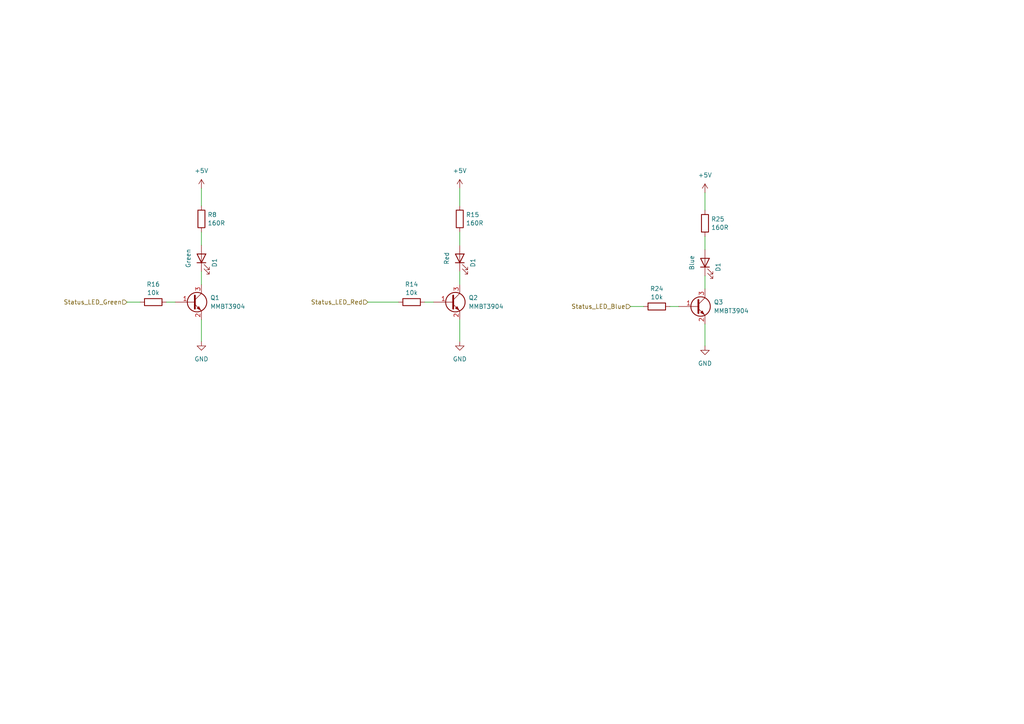
<source format=kicad_sch>
(kicad_sch (version 20230121) (generator eeschema)
  (paper "A4")
  (lib_symbols
    (symbol "Device:LED" (pin_numbers hide) (pin_names (offset 1.016) hide)
      (property "Reference" "D" (at 0 2.54 0))
      (property "Value" "LED" (at 0 -2.54 0))
      (symbol "LED_0_1"
        (polyline (pts (xy -1.27 -1.27) (xy -1.27 1.27)) (stroke (width 0.254)))
        (polyline (pts (xy -1.27 0) (xy 1.27 0)))
        (polyline (pts (xy 1.27 -1.27) (xy 1.27 1.27) (xy -1.27 0) (xy 1.27 -1.27)) (stroke (width 0.254)))
        (polyline (pts (xy -3.048 -0.762) (xy -4.572 -2.286) (xy -3.81 -2.286) (xy -4.572 -2.286) (xy -4.572 -1.524)))
        (polyline (pts (xy -1.778 -0.762) (xy -3.302 -2.286) (xy -2.54 -2.286) (xy -3.302 -2.286) (xy -3.302 -1.524)))
      )
      (symbol "LED_1_1"
        (pin passive line (at -3.81 0 0) (length 2.54) (name "K") (number "1"))
        (pin passive line (at 3.81 0 180) (length 2.54) (name "A") (number "2"))
      )
    )
    (symbol "Device:R" (pin_numbers hide) (pin_names (offset 0))
      (property "Reference" "R" (at 2.032 0 90))
      (property "Value" "R" (at 0 0 90))
      (symbol "R_0_1"
        (rectangle (start -1.016 -2.54) (end 1.016 2.54) (stroke (width 0.254)))
      )
      (symbol "R_1_1"
        (pin passive line (at 0 3.81 270) (length 1.27) (name "~") (number "1"))
        (pin passive line (at 0 -3.81 90) (length 1.27) (name "~") (number "2"))
      )
    )
    (symbol "Transistor_BJT:MMBT3904" (pin_names (offset 0) hide)
      (property "Reference" "Q" (at 5.08 1.905 0))
      (property "Value" "MMBT3904" (at 5.08 0 0))
      (symbol "MMBT3904_0_1"
        (polyline (pts (xy 0.635 0.635) (xy 2.54 2.54)))
        (polyline (pts (xy 0.635 -0.635) (xy 2.54 -2.54) (xy 2.54 -2.54)))
        (polyline (pts (xy 0.635 1.905) (xy 0.635 -1.905) (xy 0.635 -1.905)) (stroke (width 0.508)))
        (polyline (pts (xy 1.27 -1.778) (xy 1.778 -1.27) (xy 2.286 -2.286) (xy 1.27 -1.778) (xy 1.27 -1.778)) (fill (type outline)))
        (circle (center 1.27 0) (radius 2.8194) (stroke (width 0.254)))
      )
      (symbol "MMBT3904_1_1"
        (pin input line (at -5.08 0 0) (length 5.715) (name "B") (number "1"))
        (pin passive line (at 2.54 -5.08 90) (length 2.54) (name "E") (number "2"))
        (pin passive line (at 2.54 5.08 270) (length 2.54) (name "C") (number "3"))
      )
    )
    (symbol "power:+5V" (power) (pin_names (offset 0))
      (property "Value" "+5V" (at 0 3.556 0))
      (symbol "+5V_0_1"
        (polyline (pts (xy -0.762 1.27) (xy 0 2.54)))
        (polyline (pts (xy 0 0) (xy 0 2.54)))
        (polyline (pts (xy 0 2.54) (xy 0.762 1.27)))
      )
      (symbol "+5V_1_1"
        (pin power_in line (at 0 0 90) (length 0) hide (name "+5V") (number "1"))
      )
    )
    (symbol "power:GND" (power) (pin_names (offset 0))
      (property "Value" "GND" (at 0 -3.81 0))
      (symbol "GND_0_1"
        (polyline (pts (xy 0 0) (xy 0 -1.27) (xy 1.27 -1.27) (xy 0 -2.54) (xy -1.27 -1.27) (xy 0 -1.27)))
      )
      (symbol "GND_1_1"
        (pin power_in line (at 0 0 270) (length 0) hide (name "GND") (number "1"))
      )
    )
  )
  (wire (pts (xy 194.31 88.9) (xy 196.85 88.9)))
  (wire (pts (xy 133.35 54.61) (xy 133.35 59.69)))
  (wire (pts (xy 133.35 67.31) (xy 133.35 71.12)))
  (wire (pts (xy 204.47 55.88) (xy 204.47 60.96)))
  (wire (pts (xy 204.47 80.01) (xy 204.47 83.82)))
  (wire (pts (xy 58.42 78.74) (xy 58.42 82.55)))
  (wire (pts (xy 133.35 99.06) (xy 133.35 92.71)))
  (wire (pts (xy 36.83 87.63) (xy 40.64 87.63)))
  (wire (pts (xy 182.88 88.9) (xy 186.69 88.9)))
  (wire (pts (xy 58.42 54.61) (xy 58.42 59.69)))
  (wire (pts (xy 58.42 99.06) (xy 58.42 92.71)))
  (wire (pts (xy 106.68 87.63) (xy 115.57 87.63)))
  (wire (pts (xy 48.26 87.63) (xy 50.8 87.63)))
  (wire (pts (xy 204.47 100.33) (xy 204.47 93.98)))
  (wire (pts (xy 204.47 68.58) (xy 204.47 72.39)))
  (wire (pts (xy 58.42 67.31) (xy 58.42 71.12)))
  (wire (pts (xy 133.35 78.74) (xy 133.35 82.55)))
  (wire (pts (xy 123.19 87.63) (xy 125.73 87.63)))
  (hierarchical_label "Status_LED_Blue" (shape input) (at 182.88 88.9 180))
  (hierarchical_label "Status_LED_Green" (shape input) (at 36.83 87.63 180))
  (hierarchical_label "Status_LED_Red" (shape input) (at 106.68 87.63 180))
  (symbol (lib_id "Device:R") (at 204.47 64.77 0) (unit 1)
    (property "Reference" "R25" (at 206.248 63.5579 0) (effects (justify left)))
    (property "Value" "160R" (at 206.248 65.9821 0) (effects (justify left)))
    (property "Footprint" "Resistor_SMD:R_0603_1608Metric_Pad0.98x0.95mm_HandSolder" (effects hide))
  )
  (symbol (lib_id "Device:LED") (at 133.35 74.93 90) (unit 1)
    (property "Reference" "D1" (at 137.16 76.2 0))
    (property "Value" "Red" (at 129.54 74.93 0))
    (property "Footprint" "LED_THT:LED_D4.0mm" (effects hide))
  )
  (symbol (lib_id "power:GND") (at 133.35 99.06 0) (unit 1)
    (property "Reference" "#PWR052" (effects hide))
    (property "Value" "GND" (at 133.35 104.14 0))
  )
  (symbol (lib_id "power:+5V") (at 133.35 54.61 0) (unit 1)
    (property "Reference" "#PWR051" (effects hide))
    (property "Value" "+5V" (at 133.35 49.53 0))
  )
  (symbol (lib_id "Device:R") (at 133.35 63.5 0) (unit 1)
    (property "Reference" "R15" (at 135.128 62.2879 0) (effects (justify left)))
    (property "Value" "160R" (at 135.128 64.7121 0) (effects (justify left)))
    (property "Footprint" "Resistor_SMD:R_0603_1608Metric_Pad0.98x0.95mm_HandSolder" (effects hide))
  )
  (symbol (lib_id "power:+5V") (at 58.42 54.61 0) (unit 1)
    (property "Reference" "#PWR030" (effects hide))
    (property "Value" "+5V" (at 58.42 49.53 0))
  )
  (symbol (lib_id "power:+5V") (at 204.47 55.88 0) (unit 1)
    (property "Reference" "#PWR053" (effects hide))
    (property "Value" "+5V" (at 204.47 50.8 0))
  )
  (symbol (lib_id "Device:LED") (at 58.42 74.93 90) (unit 1)
    (property "Reference" "D1" (at 62.23 76.2 0))
    (property "Value" "Green" (at 54.61 74.93 0))
    (property "Footprint" "LED_THT:LED_D4.0mm" (effects hide))
    (instances (project "ADF5355_VCO" (path "" (reference "D1") (unit 1)) (path "" (reference "D2") (unit 1))))
  )
  (symbol (lib_id "power:GND") (at 204.47 100.33 0) (unit 1)
    (property "Reference" "#PWR055" (effects hide))
    (property "Value" "GND" (at 204.47 105.41 0))
  )
  (symbol (lib_id "Device:R") (at 58.42 63.5 0) (unit 1)
    (property "Reference" "R8" (at 60.198 62.2879 0) (effects (justify left)))
    (property "Value" "160R" (at 60.198 64.7121 0) (effects (justify left)))
    (property "Footprint" "Resistor_SMD:R_0603_1608Metric_Pad0.98x0.95mm_HandSolder" (effects hide))
  )
  (symbol (lib_id "Device:R") (at 44.45 87.63 90) (unit 1)
    (property "Reference" "R16" (at 44.45 82.4697 90))
    (property "Value" "10k" (at 44.45 84.8939 90))
    (property "Footprint" "Resistor_SMD:R_0603_1608Metric_Pad0.98x0.95mm_HandSolder" (effects hide))
  )
  (symbol (lib_id "Device:R") (at 119.38 87.63 90) (unit 1)
    (property "Reference" "R14" (at 119.38 82.4697 90))
    (property "Value" "10k" (at 119.38 84.8939 90))
    (property "Footprint" "Resistor_SMD:R_0603_1608Metric_Pad0.98x0.95mm_HandSolder" (effects hide))
  )
  (symbol (lib_id "Transistor_BJT:MMBT3904") (at 130.81 87.63 0) (unit 1)
    (property "Reference" "Q2" (at 135.89 86.36 0) (effects (justify left)))
    (property "Value" "MMBT3904" (at 135.89 88.9 0) (effects (justify left)))
    (property "Footprint" "Package_TO_SOT_SMD:SOT-23" (effects hide))
    (property "Datasheet" "https://www.onsemi.com/pub/Collateral/2N3903-D.PDF" (effects hide))
  )
  (symbol (lib_id "Device:LED") (at 204.47 76.2 90) (unit 1)
    (property "Reference" "D1" (at 208.28 77.47 0))
    (property "Value" "Blue" (at 200.66 76.2 0))
    (property "Footprint" "LED_THT:LED_D4.0mm" (effects hide))
    (instances (project "ADF5355_VCO" (path "" (reference "D1") (unit 1)) (path "" (reference "D3") (unit 1))))
  )
  (symbol (lib_id "Transistor_BJT:MMBT3904") (at 201.93 88.9 0) (unit 1)
    (property "Reference" "Q3" (at 207.01 87.63 0) (effects (justify left)))
    (property "Value" "MMBT3904" (at 207.01 90.17 0) (effects (justify left)))
    (property "Footprint" "Package_TO_SOT_SMD:SOT-23" (effects hide))
    (property "Datasheet" "https://www.onsemi.com/pub/Collateral/2N3903-D.PDF" (effects hide))
  )
  (symbol (lib_id "Device:R") (at 190.5 88.9 90) (unit 1)
    (property "Reference" "R24" (at 190.5 83.7397 90))
    (property "Value" "10k" (at 190.5 86.1639 90))
    (property "Footprint" "Resistor_SMD:R_0603_1608Metric_Pad0.98x0.95mm_HandSolder" (effects hide))
  )
  (symbol (lib_id "Transistor_BJT:MMBT3904") (at 55.88 87.63 0) (unit 1)
    (property "Reference" "Q1" (at 60.96 86.36 0) (effects (justify left)))
    (property "Value" "MMBT3904" (at 60.96 88.9 0) (effects (justify left)))
    (property "Footprint" "Package_TO_SOT_SMD:SOT-23" (effects hide))
    (property "Datasheet" "https://www.onsemi.com/pub/Collateral/2N3903-D.PDF" (effects hide))
  )
  (symbol (lib_id "power:GND") (at 58.42 99.06 0) (unit 1)
    (property "Reference" "#PWR054" (effects hide))
    (property "Value" "GND" (at 58.42 104.14 0))
  )
)
</source>
